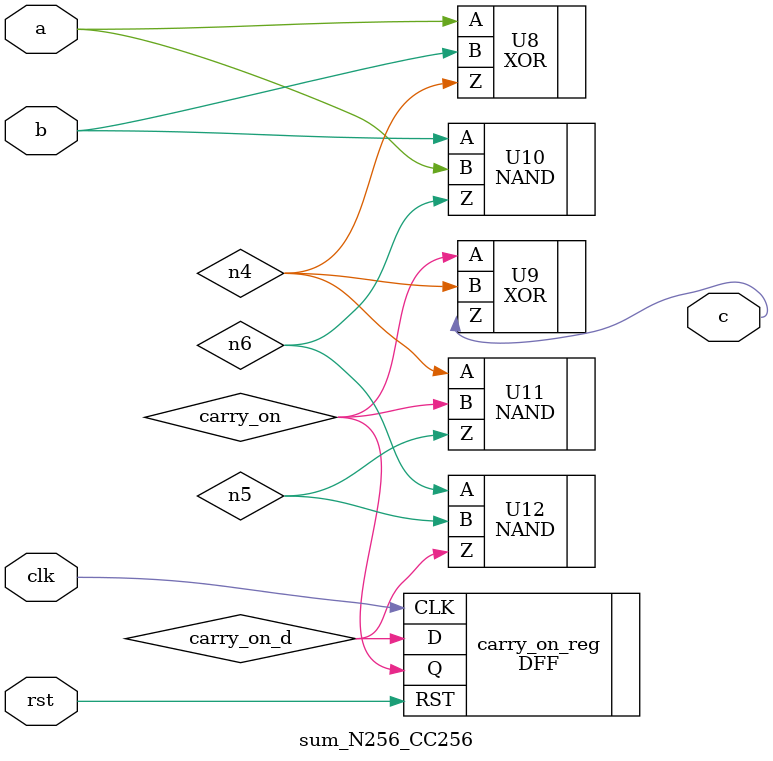
<source format=v>

module sum_N256_CC256 ( clk, rst, a, b, c );
  input [0:0] a;
  input [0:0] b;
  output [0:0] c;
  input clk, rst;
  wire   carry_on, carry_on_d, n4, n5, n6;

  DFF carry_on_reg ( .D(carry_on_d), .CLK(clk), .RST(rst), .Q(carry_on) );
  XOR U8 ( .A(a[0]), .B(b[0]), .Z(n4) );
  XOR U9 ( .A(carry_on), .B(n4), .Z(c[0]) );
  NAND U10 ( .A(b[0]), .B(a[0]), .Z(n6) );
  NAND U11 ( .A(n4), .B(carry_on), .Z(n5) );
  NAND U12 ( .A(n6), .B(n5), .Z(carry_on_d) );
endmodule


</source>
